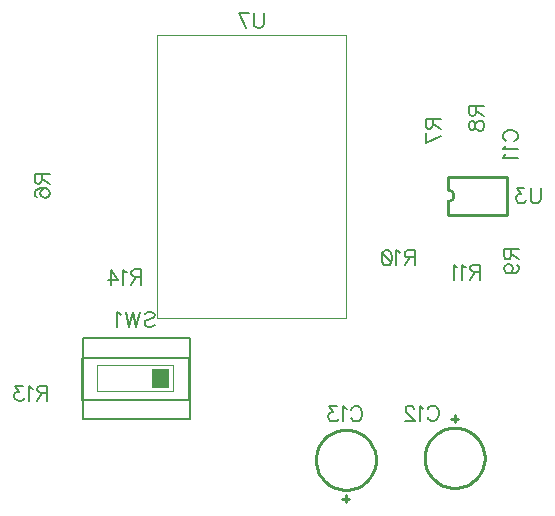
<source format=gbo>
G04 DipTrace 3.0.0.1*
G04 ProjectXNew.gbo*
%MOMM*%
G04 #@! TF.FileFunction,Legend,Bot*
G04 #@! TF.Part,Single*
%ADD10C,0.25*%
%ADD18C,0.1*%
%ADD41C,0.15*%
%ADD43C,0.01*%
%ADD141C,0.19608*%
%FSLAX35Y35*%
G04*
G71*
G90*
G75*
G01*
G04 BotSilk*
%LPD*%
X284049Y-1067235D2*
D10*
X224004D1*
X254027Y-1037215D2*
Y-1097193D1*
X27Y-1397208D2*
X645Y-1379496D1*
X2499Y-1361870D1*
X5577Y-1344417D1*
X9866Y-1327221D1*
X15345Y-1310365D1*
X21986Y-1293933D1*
X29758Y-1278004D1*
X38622Y-1262656D1*
X48536Y-1247963D1*
X59451Y-1233997D1*
X71314Y-1220827D1*
X84067Y-1208516D1*
X97649Y-1197124D1*
X111992Y-1186707D1*
X127027Y-1177315D1*
X142680Y-1168995D1*
X158877Y-1161786D1*
X175536Y-1155725D1*
X192579Y-1150840D1*
X209920Y-1147155D1*
X227476Y-1144688D1*
X245162Y-1143452D1*
X262891D1*
X280577Y-1144688D1*
X298133Y-1147155D1*
X315475Y-1150840D1*
X332517Y-1155725D1*
X349177Y-1161786D1*
X365373Y-1168995D1*
X381027Y-1177315D1*
X396062Y-1186707D1*
X410405Y-1197124D1*
X423986Y-1208516D1*
X436739Y-1220827D1*
X448602Y-1233997D1*
X459517Y-1247963D1*
X469431Y-1262656D1*
X478295Y-1278004D1*
X486067Y-1293933D1*
X492709Y-1310365D1*
X498187Y-1327221D1*
X502476Y-1344417D1*
X505555Y-1361870D1*
X507408Y-1379496D1*
X508027Y-1397208D1*
X507408Y-1414920D1*
X505555Y-1432545D1*
X502476Y-1449999D1*
X498187Y-1467195D1*
X492709Y-1484050D1*
X486067Y-1500483D1*
X478295Y-1516412D1*
X469431Y-1531760D1*
X459517Y-1546453D1*
X448602Y-1560418D1*
X436739Y-1573589D1*
X423986Y-1585900D1*
X410405Y-1597292D1*
X396062Y-1607709D1*
X381027Y-1617101D1*
X365373Y-1625421D1*
X349177Y-1632630D1*
X332517Y-1638691D1*
X315475Y-1643576D1*
X298133Y-1647261D1*
X280577Y-1649727D1*
X262891Y-1650964D1*
X245162D1*
X227476Y-1649727D1*
X209920Y-1647261D1*
X192579Y-1643576D1*
X175536Y-1638691D1*
X158877Y-1632630D1*
X142680Y-1625421D1*
X127027Y-1617101D1*
X111992Y-1607709D1*
X97649Y-1597292D1*
X84067Y-1585900D1*
X71314Y-1573589D1*
X59451Y-1560418D1*
X48536Y-1546453D1*
X38622Y-1531760D1*
X29758Y-1516412D1*
X21986Y-1500483D1*
X15345Y-1484050D1*
X9866Y-1467195D1*
X5577Y-1449999D1*
X2499Y-1432545D1*
X645Y-1414920D1*
X27Y-1397208D1*
X-696843Y-1742935D2*
X-636797D1*
X-666820Y-1772955D2*
Y-1712977D1*
X-920820Y-1412962D2*
X-920201Y-1395250D1*
X-918348Y-1377625D1*
X-915269Y-1360171D1*
X-910980Y-1342975D1*
X-905502Y-1326120D1*
X-898861Y-1309687D1*
X-891089Y-1293758D1*
X-882224Y-1278410D1*
X-872310Y-1263717D1*
X-861395Y-1249752D1*
X-849532Y-1236581D1*
X-836779Y-1224270D1*
X-823198Y-1212878D1*
X-808855Y-1202461D1*
X-793820Y-1193069D1*
X-778166Y-1184749D1*
X-761970Y-1177540D1*
X-745310Y-1171479D1*
X-728268Y-1166594D1*
X-710927Y-1162909D1*
X-693370Y-1160443D1*
X-675684Y-1159206D1*
X-657956D1*
X-640270Y-1160443D1*
X-622713Y-1162909D1*
X-605372Y-1166594D1*
X-588330Y-1171479D1*
X-571670Y-1177540D1*
X-555474Y-1184749D1*
X-539820Y-1193069D1*
X-524785Y-1202461D1*
X-510442Y-1212878D1*
X-496861Y-1224270D1*
X-484108Y-1236581D1*
X-472245Y-1249752D1*
X-461330Y-1263717D1*
X-451416Y-1278410D1*
X-442551Y-1293758D1*
X-434779Y-1309687D1*
X-428138Y-1326120D1*
X-422660Y-1342975D1*
X-418371Y-1360171D1*
X-415292Y-1377625D1*
X-413439Y-1395250D1*
X-412820Y-1412962D1*
X-413439Y-1430674D1*
X-415292Y-1448300D1*
X-418371Y-1465753D1*
X-422660Y-1482949D1*
X-428138Y-1499805D1*
X-434779Y-1516237D1*
X-442551Y-1532166D1*
X-451416Y-1547514D1*
X-461330Y-1562207D1*
X-472245Y-1576173D1*
X-484108Y-1589343D1*
X-496861Y-1601654D1*
X-510442Y-1613046D1*
X-524785Y-1623463D1*
X-539820Y-1632855D1*
X-555474Y-1641175D1*
X-571670Y-1648384D1*
X-588330Y-1654445D1*
X-605372Y-1659330D1*
X-622713Y-1663015D1*
X-640270Y-1665482D1*
X-657956Y-1666718D1*
X-675684D1*
X-693370Y-1665482D1*
X-710927Y-1663015D1*
X-728268Y-1659330D1*
X-745310Y-1654445D1*
X-761970Y-1648384D1*
X-778166Y-1641175D1*
X-793820Y-1632855D1*
X-808855Y-1623463D1*
X-823198Y-1613046D1*
X-836779Y-1601654D1*
X-849532Y-1589343D1*
X-861395Y-1576173D1*
X-872310Y-1562207D1*
X-882224Y-1547514D1*
X-891089Y-1532166D1*
X-898861Y-1516237D1*
X-905502Y-1499805D1*
X-910980Y-1482949D1*
X-915269Y-1465753D1*
X-918348Y-1448300D1*
X-920201Y-1430674D1*
X-920820Y-1412962D1*
X-1988857Y-1072011D2*
D41*
X-2893860D1*
Y-382083D1*
X-1988857D1*
Y-1072011D1*
X-1991853Y-904051D2*
X-2896857D1*
Y-549055D1*
X-1991853D1*
Y-904051D1*
X-2132865Y-831015D2*
D18*
X-2777818D1*
Y-615023D1*
X-2132865D1*
Y-831015D1*
G36*
X-2167823Y-802059D2*
X-2307837D1*
Y-641015D1*
X-2167823D1*
Y-802059D1*
G37*
X199025Y981347D2*
D10*
X699028D1*
X199025Y661387D2*
X699028D1*
Y981347D2*
Y661387D1*
X199025Y981347D2*
Y871375D1*
Y771359D2*
Y661387D1*
Y871375D2*
G02X199025Y771359I-8J-50008D01*
G01*
X-666060Y2183640D2*
D43*
X-2265900D1*
Y-216336D1*
X-666060D1*
Y2183640D1*
X693170Y1284638D2*
D141*
X681097Y1290674D1*
X668883Y1302888D1*
X662847Y1314961D1*
Y1339247D1*
X668883Y1351461D1*
X681097Y1363534D1*
X693170Y1369711D1*
X711420Y1375747D1*
X741883D1*
X759993Y1369711D1*
X772206Y1363534D1*
X784279Y1351461D1*
X790456Y1339247D1*
Y1314961D1*
X784280Y1302888D1*
X772206Y1290674D1*
X759993Y1284638D1*
X687274Y1245422D2*
X681097Y1233209D1*
X662987Y1214959D1*
X790456D1*
X687274Y1175743D2*
X681097Y1163530D1*
X662987Y1145280D1*
X790456D1*
X26789Y-986551D2*
X32826Y-974478D1*
X45039Y-962265D1*
X57112Y-956228D1*
X81399D1*
X93612Y-962265D1*
X105685Y-974478D1*
X111862Y-986551D1*
X117899Y-1004801D1*
Y-1035265D1*
X111862Y-1053375D1*
X105685Y-1065588D1*
X93612Y-1077661D1*
X81399Y-1083838D1*
X57112D1*
X45039Y-1077661D1*
X32826Y-1065588D1*
X26789Y-1053375D1*
X-12427Y-980655D2*
X-24640Y-974478D1*
X-42890Y-956369D1*
Y-1083838D1*
X-88283Y-986692D2*
Y-980655D1*
X-94319Y-968442D1*
X-100356Y-962405D1*
X-112569Y-956369D1*
X-136856D1*
X-148929Y-962405D1*
X-154965Y-968442D1*
X-161142Y-980655D1*
Y-992728D1*
X-154965Y-1004942D1*
X-142892Y-1023051D1*
X-82106Y-1083838D1*
X-167179D1*
X-621391Y-991388D2*
X-615354Y-979315D1*
X-603141Y-967102D1*
X-591068Y-961065D1*
X-566781D1*
X-554568Y-967102D1*
X-542495Y-979315D1*
X-536318Y-991388D1*
X-530281Y-1009638D1*
Y-1040102D1*
X-536318Y-1058211D1*
X-542495Y-1070425D1*
X-554568Y-1082498D1*
X-566781Y-1088675D1*
X-591068D1*
X-603141Y-1082498D1*
X-615354Y-1070425D1*
X-621391Y-1058211D1*
X-660607Y-985492D2*
X-672820Y-979315D1*
X-691070Y-961205D1*
Y-1088675D1*
X-742499Y-961205D2*
X-809182D1*
X-772822Y-1009779D1*
X-791072D1*
X-803145Y-1015815D1*
X-809182Y-1021852D1*
X-815359Y-1040102D1*
Y-1052175D1*
X-809182Y-1070425D1*
X-797109Y-1082638D1*
X-778859Y-1088675D1*
X-760609D1*
X-742499Y-1082638D1*
X-736463Y-1076461D1*
X-730286Y-1064388D1*
X-3240273Y1008056D2*
Y953446D1*
X-3246450Y935196D1*
X-3252487Y929019D1*
X-3264560Y922983D1*
X-3276773D1*
X-3288846Y929019D1*
X-3295023Y935196D1*
X-3301060Y953446D1*
Y1008056D1*
X-3173450D1*
X-3240273Y965519D2*
X-3173450Y922983D1*
X-3282810Y810908D2*
X-3294883Y816944D1*
X-3300920Y835194D1*
X-3300919Y847267D1*
X-3294883Y865517D1*
X-3276633Y877731D1*
X-3246310Y883767D1*
X-3215987D1*
X-3191700Y877731D1*
X-3179487Y865517D1*
X-3173450Y847267D1*
Y841231D1*
X-3179487Y823121D1*
X-3191700Y810908D1*
X-3209950Y804871D1*
X-3215987D1*
X-3234237Y810908D1*
X-3246310Y823121D1*
X-3252346Y841231D1*
Y847267D1*
X-3246310Y865517D1*
X-3234237Y877731D1*
X-3215987Y883767D1*
X68467Y1474681D2*
Y1420071D1*
X62290Y1401821D1*
X56253Y1395645D1*
X44180Y1389608D1*
X31967D1*
X19894Y1395645D1*
X13717Y1401822D1*
X7680Y1420071D1*
Y1474681D1*
X135290D1*
X68467Y1432144D2*
X135290Y1389608D1*
Y1326106D2*
X7820Y1265319D1*
X7821Y1350392D1*
X436800Y1580944D2*
Y1526335D1*
X430623Y1508085D1*
X424587Y1501908D1*
X412514Y1495871D1*
X400300D1*
X388227Y1501908D1*
X382050Y1508085D1*
X376014Y1526335D1*
Y1580944D1*
X503623D1*
X436800Y1538408D2*
X503623Y1495871D1*
X376154Y1426333D2*
X382190Y1444442D1*
X394264Y1450619D1*
X406477D1*
X418550Y1444442D1*
X424727Y1432369D1*
X430763Y1408083D1*
X436800Y1389833D1*
X449013Y1377759D1*
X461086Y1371723D1*
X479336D1*
X491410Y1377759D1*
X497587Y1383796D1*
X503623Y1402046D1*
Y1426332D1*
X497587Y1444442D1*
X491410Y1450619D1*
X479337Y1456655D1*
X461087D1*
X449014Y1450619D1*
X436800Y1438406D1*
X430764Y1420296D1*
X424727Y1396009D1*
X418550Y1383796D1*
X406477Y1377759D1*
X394263D1*
X382190Y1383796D1*
X376154Y1402046D1*
Y1426333D1*
X731360Y368603D2*
Y313993D1*
X725183Y295743D1*
X719147Y289566D1*
X707074Y283530D1*
X694860D1*
X682787Y289566D1*
X676610Y295743D1*
X670574Y313993D1*
Y368603D1*
X798183D1*
X731360Y326066D2*
X798183Y283530D1*
X713110Y165278D2*
X731360Y171455D1*
X743573Y183528D1*
X749610Y201778D1*
Y207814D1*
X743574Y226064D1*
X731360Y238137D1*
X713110Y244314D1*
X707074D1*
X688824Y238137D1*
X676750Y226064D1*
X670714Y207814D1*
Y201778D1*
X676750Y183528D1*
X688823Y171455D1*
X713110Y165278D1*
X743573D1*
X773896Y171455D1*
X792147Y183528D1*
X798183Y201778D1*
Y213851D1*
X792147Y232101D1*
X779933Y238137D1*
X-83813Y299523D2*
X-138422D1*
X-156672Y305700D1*
X-162849Y311737D1*
X-168886Y323810D1*
Y336023D1*
X-162849Y348096D1*
X-156672Y354273D1*
X-138422Y360310D1*
X-83813D1*
Y232700D1*
X-126349Y299523D2*
X-168886Y232700D1*
X-208102Y335883D2*
X-220315Y342060D1*
X-238565Y360170D1*
Y232700D1*
X-314281Y360170D2*
X-296031Y354133D1*
X-283817Y335883D1*
X-277781Y305560D1*
Y287310D1*
X-283817Y256987D1*
X-296031Y238737D1*
X-314281Y232700D1*
X-326354D1*
X-344604Y238737D1*
X-356677Y256987D1*
X-362854Y287310D1*
Y305560D1*
X-356677Y335883D1*
X-344604Y354133D1*
X-326354Y360170D1*
X-314281D1*
X-356677Y335883D2*
X-283817Y256987D1*
X471882Y178200D2*
X417273D1*
X399023Y184377D1*
X392846Y190414D1*
X386809Y202487D1*
Y214700D1*
X392846Y226773D1*
X399023Y232950D1*
X417273Y238987D1*
X471882D1*
Y111377D1*
X429346Y178200D2*
X386809Y111377D1*
X347594Y214560D2*
X335380Y220737D1*
X317130Y238846D1*
Y111377D1*
X277914Y214560D2*
X265701Y220737D1*
X247451Y238846D1*
Y111377D1*
X-3194320Y-847660D2*
X-3248929D1*
X-3267179Y-841483D1*
X-3273356Y-835446D1*
X-3279393Y-823373D1*
Y-811160D1*
X-3273356Y-799087D1*
X-3267179Y-792910D1*
X-3248929Y-786873D1*
X-3194320D1*
Y-914483D1*
X-3236856Y-847660D2*
X-3279393Y-914483D1*
X-3318608Y-811300D2*
X-3330822Y-805123D1*
X-3349072Y-787014D1*
Y-914483D1*
X-3400501Y-787014D2*
X-3467184D1*
X-3430824Y-835587D1*
X-3449074D1*
X-3461147Y-841623D1*
X-3467184Y-847660D1*
X-3473360Y-865910D1*
Y-877983D1*
X-3467184Y-896233D1*
X-3455110Y-908446D1*
X-3436860Y-914483D1*
X-3418610D1*
X-3400501Y-908446D1*
X-3394464Y-902270D1*
X-3388287Y-890196D1*
X-2397988Y136693D2*
X-2452598D1*
X-2470848Y142870D1*
X-2477024Y148907D1*
X-2483061Y160980D1*
Y173193D1*
X-2477024Y185266D1*
X-2470848Y191443D1*
X-2452598Y197480D1*
X-2397988D1*
Y69870D1*
X-2440524Y136693D2*
X-2483061Y69870D1*
X-2522277Y173053D2*
X-2534490Y179230D1*
X-2552740Y197340D1*
Y69870D1*
X-2652742D2*
Y197340D1*
X-2591956Y112407D1*
X-2683065D1*
X-2370159Y-179310D2*
X-2358086Y-167097D1*
X-2339836Y-161060D1*
X-2315550D1*
X-2297300Y-167097D1*
X-2285086Y-179310D1*
Y-191383D1*
X-2291263Y-203597D1*
X-2297300Y-209633D1*
X-2309373Y-215670D1*
X-2345873Y-227883D1*
X-2358086Y-233920D1*
X-2364123Y-240097D1*
X-2370159Y-252170D1*
Y-270420D1*
X-2358086Y-282493D1*
X-2339836Y-288670D1*
X-2315550D1*
X-2297300Y-282493D1*
X-2285086Y-270420D1*
X-2409375Y-161060D2*
X-2439838Y-288670D1*
X-2470161Y-161060D1*
X-2500485Y-288670D1*
X-2530948Y-161060D1*
X-2570164Y-185487D2*
X-2582377Y-179310D1*
X-2600627Y-161200D1*
Y-288670D1*
X981708Y885020D2*
Y793910D1*
X975671Y775660D1*
X963458Y763587D1*
X945208Y757410D1*
X933135D1*
X914885Y763587D1*
X902671Y775660D1*
X896635Y793910D1*
Y885020D1*
X845205Y884880D2*
X778523D1*
X814882Y836306D1*
X796632D1*
X784559Y830270D1*
X778523Y824233D1*
X772346Y805983D1*
Y793910D1*
X778523Y775660D1*
X790596Y763447D1*
X808846Y757410D1*
X827096D1*
X845205Y763447D1*
X851242Y769624D1*
X857419Y781697D1*
X-1361299Y2369627D2*
Y2278517D1*
X-1367336Y2260267D1*
X-1379549Y2248194D1*
X-1397799Y2242017D1*
X-1409872D1*
X-1428122Y2248194D1*
X-1440336Y2260267D1*
X-1446372Y2278517D1*
Y2369627D1*
X-1509874Y2242017D2*
X-1570661Y2369486D1*
X-1485588D1*
M02*

</source>
